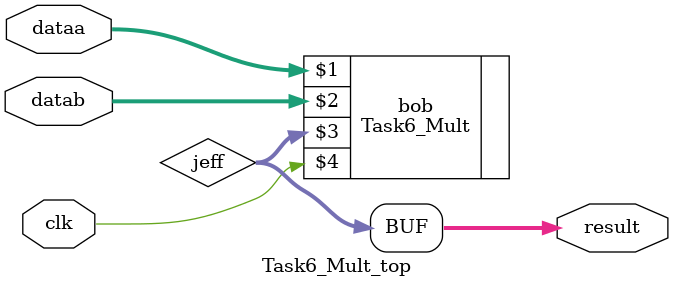
<source format=v>
module Task6_Mult_top (
	dataa,
	datab,
	result,
	clk);
	
	input clk;
	input [31:0]dataa;
	input [31:0]datab;
	output [31:0]result;
	
	wire [31:0]jeff;
	
	Task6_Mult bob(dataa[31:0], datab[31:0], jeff[31:0], clk);
	
	assign result[31:0] = jeff[31:0];
endmodule
	

</source>
